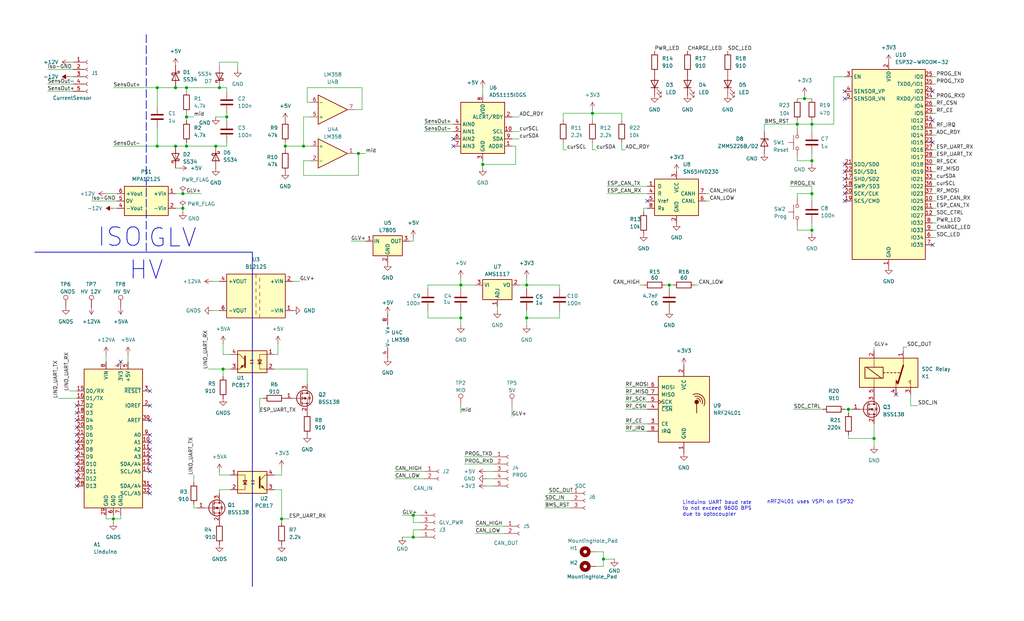
<source format=kicad_sch>
(kicad_sch (version 20231120) (generator "eeschema") (generator_version "8.0")
  (paper "USLegal")
  (title_block (title "BMS Daughterboard"))
  (junction (at 77.47 128.27))
  (junction (at 279.4 34.29))
  (junction (at 60.96 50.8))
  (junction (at 97.79 180.34))
  (junction (at 281.94 55.88))
  (junction (at 54.61 50.8))
  (junction (at 64.77 40.64))
  (junction (at 99.06 50.8))
  (junction (at 209.55 194.31))
  (junction (at 124.46 53.34))
  (junction (at 303.53 152.4))
  (junction (at 160.02 99.06))
  (junction (at 281.94 43.18))
  (junction (at 63.5 67.31))
  (junction (at 167.64 57.15))
  (junction (at 105.41 50.8))
  (junction (at 276.86 43.18))
  (junction (at 294.64 142.24))
  (junction (at 64.77 30.48))
  (junction (at 182.88 99.06))
  (junction (at 54.61 30.48))
  (junction (at 281.94 67.31))
  (junction (at 205.74 39.37))
  (junction (at 143.51 179.07))
  (junction (at 143.51 186.69))
  (junction (at 60.96 30.48))
  (junction (at 64.77 50.8))
  (junction (at 160.02 110.49))
  (junction (at 63.5 72.39))
  (junction (at 74.93 50.8))
  (junction (at 39.37 180.34))
  (junction (at 182.88 110.49))
  (junction (at 78.74 40.64))
  (junction (at 281.94 80.01))
  (junction (at 76.2 30.48))
  (junction (at 232.41 99.06))
  (no_connect (at 41.91 125.73))
  (no_connect (at 26.67 168.91))
  (no_connect (at 52.07 151.13))
  (no_connect (at 52.07 168.91))
  (no_connect (at 52.07 135.89))
  (no_connect (at 26.67 161.29))
  (no_connect (at 323.85 31.75))
  (no_connect (at 26.67 166.37))
  (no_connect (at 26.67 163.83))
  (no_connect (at 293.37 31.75))
  (no_connect (at 52.07 140.97))
  (no_connect (at 293.37 64.77))
  (no_connect (at 293.37 34.29))
  (no_connect (at 293.37 67.31))
  (no_connect (at 26.67 140.97))
  (no_connect (at 157.48 50.8))
  (no_connect (at 323.85 85.09))
  (no_connect (at 224.79 69.85))
  (no_connect (at 26.67 146.05))
  (no_connect (at 293.37 69.85))
  (no_connect (at 293.37 62.23))
  (no_connect (at 52.07 171.45))
  (no_connect (at 323.85 49.53))
  (no_connect (at 323.85 41.91))
  (no_connect (at 311.15 137.16))
  (no_connect (at 26.67 148.59))
  (no_connect (at 293.37 59.69))
  (no_connect (at 52.07 161.29))
  (no_connect (at 157.48 48.26))
  (no_connect (at 52.07 158.75))
  (no_connect (at 52.07 156.21))
  (no_connect (at 26.67 143.51))
  (no_connect (at 26.67 156.21))
  (no_connect (at 293.37 57.15))
  (no_connect (at 26.67 153.67))
  (no_connect (at 26.67 158.75))
  (no_connect (at 52.07 153.67))
  (no_connect (at 52.07 146.05))
  (no_connect (at 26.67 151.13))
  (no_connect (at 52.07 163.83))
  (wire (pts (xy 78.74 30.48) (xy 78.74 31.75)))
  (polyline (pts (xy 50.8 12.065) (xy 50.8 87.63)) (stroke (width 0.254) (type dash)))
  (wire (pts (xy 160.02 99.06) (xy 165.1 99.06)))
  (wire (pts (xy 303.53 152.4) (xy 303.53 154.94)))
  (wire (pts (xy 323.85 26.67) (xy 325.12 26.67)))
  (wire (pts (xy 323.85 46.99) (xy 325.12 46.99)))
  (polyline (pts (xy 12.065 87.63) (xy 87.63 87.63)) (stroke (width 0.254)))
  (wire (pts (xy 82.55 24.13) (xy 82.55 21.59)))
  (wire (pts (xy 289.56 43.18) (xy 289.56 26.67)))
  (wire (pts (xy 177.8 48.26) (xy 180.34 48.26)))
  (wire (pts (xy 90.17 143.51) (xy 90.17 138.43)))
  (wire (pts (xy 323.85 57.15) (xy 325.12 57.15)))
  (wire (pts (xy 146.05 184.15) (xy 143.51 184.15)))
  (wire (pts (xy 189.23 173.99) (xy 198.12 173.99)))
  (wire (pts (xy 281.94 41.91) (xy 281.94 43.18)))
  (wire (pts (xy 167.64 58.42) (xy 167.64 57.15)))
  (wire (pts (xy 215.9 49.53) (xy 215.9 52.07)))
  (wire (pts (xy 39.37 50.8) (xy 54.61 50.8)))
  (wire (pts (xy 64.77 50.8) (xy 64.77 49.53)))
  (wire (pts (xy 64.77 40.64) (xy 67.31 40.64)))
  (wire (pts (xy 41.91 180.34) (xy 41.91 179.07)))
  (wire (pts (xy 101.6 97.79) (xy 104.14 97.79)))
  (wire (pts (xy 125.73 38.1) (xy 125.73 30.48)))
  (wire (pts (xy 276.86 68.58) (xy 276.86 67.31)))
  (wire (pts (xy 97.79 180.34) (xy 100.33 180.34)))
  (wire (pts (xy 160.02 143.51) (xy 160.02 140.97)))
  (wire (pts (xy 323.85 36.83) (xy 325.12 36.83)))
  (wire (pts (xy 39.37 180.34) (xy 41.91 180.34)))
  (wire (pts (xy 72.39 128.27) (xy 77.47 128.27)))
  (wire (pts (xy 325.12 62.23) (xy 323.85 62.23)))
  (wire (pts (xy 180.34 40.64) (xy 177.8 40.64)))
  (wire (pts (xy 275.59 142.24) (xy 285.75 142.24)))
  (wire (pts (xy 121.92 83.82) (xy 127 83.82)))
  (wire (pts (xy 146.05 181.61) (xy 143.51 181.61)))
  (wire (pts (xy 139.7 186.69) (xy 143.51 186.69)))
  (wire (pts (xy 63.5 73.66) (xy 63.5 72.39)))
  (wire (pts (xy 147.32 45.72) (xy 157.48 45.72)))
  (wire (pts (xy 20.32 138.43) (xy 26.67 138.43)))
  (wire (pts (xy 123.19 53.34) (xy 124.46 53.34)))
  (wire (pts (xy 167.64 57.15) (xy 179.07 57.15)))
  (wire (pts (xy 124.46 60.96) (xy 124.46 53.34)))
  (wire (pts (xy 294.64 152.4) (xy 294.64 151.13)))
  (wire (pts (xy 143.51 82.55) (xy 143.51 83.82)))
  (wire (pts (xy 279.4 33.02) (xy 279.4 34.29)))
  (wire (pts (xy 215.9 52.07) (xy 217.17 52.07)))
  (wire (pts (xy 16.51 24.13) (xy 25.4 24.13)))
  (wire (pts (xy 137.16 163.83) (xy 147.32 163.83)))
  (wire (pts (xy 160.02 99.06) (xy 160.02 100.33)))
  (wire (pts (xy 97.79 180.34) (xy 97.79 181.61)))
  (wire (pts (xy 143.51 179.07) (xy 146.05 179.07)))
  (wire (pts (xy 194.31 100.33) (xy 194.31 99.06)))
  (wire (pts (xy 323.85 74.93) (xy 325.12 74.93)))
  (wire (pts (xy 180.34 99.06) (xy 182.88 99.06)))
  (wire (pts (xy 217.17 147.32) (xy 224.79 147.32)))
  (wire (pts (xy 276.86 67.31) (xy 281.94 67.31)))
  (wire (pts (xy 39.37 180.34) (xy 39.37 181.61)))
  (wire (pts (xy 76.2 171.45) (xy 76.2 170.18)))
  (wire (pts (xy 16.51 31.75) (xy 25.4 31.75)))
  (wire (pts (xy 39.37 30.48) (xy 54.61 30.48)))
  (wire (pts (xy 232.41 99.06) (xy 233.68 99.06)))
  (wire (pts (xy 64.77 39.37) (xy 64.77 40.64)))
  (wire (pts (xy 107.95 40.64) (xy 105.41 40.64)))
  (wire (pts (xy 99.06 49.53) (xy 99.06 50.8)))
  (wire (pts (xy 196.85 52.07) (xy 195.58 52.07)))
  (wire (pts (xy 177.8 50.8) (xy 179.07 50.8)))
  (wire (pts (xy 107.95 55.88) (xy 105.41 55.88)))
  (wire (pts (xy 168.91 168.91) (xy 171.45 168.91)))
  (wire (pts (xy 217.17 134.62) (xy 224.79 134.62)))
  (wire (pts (xy 148.59 99.06) (xy 160.02 99.06)))
  (wire (pts (xy 106.68 128.27) (xy 95.25 128.27)))
  (wire (pts (xy 276.86 80.01) (xy 281.94 80.01)))
  (wire (pts (xy 80.01 128.27) (xy 77.47 128.27)))
  (wire (pts (xy 276.86 43.18) (xy 281.94 43.18)))
  (wire (pts (xy 172.72 106.68) (xy 172.72 107.95)))
  (wire (pts (xy 195.58 39.37) (xy 205.74 39.37)))
  (wire (pts (xy 64.77 40.64) (xy 64.77 41.91)))
  (wire (pts (xy 137.16 166.37) (xy 147.32 166.37)))
  (wire (pts (xy 316.23 140.97) (xy 316.23 137.16)))
  (wire (pts (xy 281.94 55.88) (xy 281.94 53.34)))
  (wire (pts (xy 67.31 165.1) (xy 67.31 167.64)))
  (wire (pts (xy 148.59 100.33) (xy 148.59 99.06)))
  (wire (pts (xy 167.64 30.48) (xy 167.64 33.02)))
  (wire (pts (xy 189.23 176.53) (xy 198.12 176.53)))
  (wire (pts (xy 325.12 82.55) (xy 323.85 82.55)))
  (wire (pts (xy 96.52 119.38) (xy 96.52 123.19)))
  (wire (pts (xy 232.41 99.06) (xy 232.41 100.33)))
  (wire (pts (xy 242.57 99.06) (xy 241.3 99.06)))
  (wire (pts (xy 105.41 40.64) (xy 105.41 50.8)))
  (wire (pts (xy 205.74 38.1) (xy 205.74 39.37)))
  (wire (pts (xy 276.86 34.29) (xy 279.4 34.29)))
  (wire (pts (xy 124.46 53.34) (xy 127 53.34)))
  (wire (pts (xy 143.51 179.07) (xy 143.51 181.61)))
  (wire (pts (xy 77.47 128.27) (xy 77.47 130.81)))
  (wire (pts (xy 177.8 140.97) (xy 177.8 144.78)))
  (wire (pts (xy 78.74 40.64) (xy 78.74 41.91)))
  (wire (pts (xy 294.64 142.24) (xy 294.64 143.51)))
  (wire (pts (xy 24.13 135.89) (xy 26.67 135.89)))
  (wire (pts (xy 194.31 99.06) (xy 182.88 99.06)))
  (wire (pts (xy 323.85 67.31) (xy 325.12 67.31)))
  (wire (pts (xy 78.74 39.37) (xy 78.74 40.64)))
  (wire (pts (xy 96.52 123.19) (xy 95.25 123.19)))
  (wire (pts (xy 222.25 99.06) (xy 223.52 99.06)))
  (wire (pts (xy 106.68 35.56) (xy 107.95 35.56)))
  (wire (pts (xy 209.55 194.31) (xy 213.36 194.31)))
  (wire (pts (xy 323.85 59.69) (xy 325.12 59.69)))
  (wire (pts (xy 123.19 38.1) (xy 125.73 38.1)))
  (wire (pts (xy 325.12 64.77) (xy 323.85 64.77)))
  (wire (pts (xy 54.61 30.48) (xy 54.61 36.83)))
  (wire (pts (xy 205.74 52.07) (xy 205.74 49.53)))
  (wire (pts (xy 223.52 72.39) (xy 224.79 72.39)))
  (wire (pts (xy 217.17 137.16) (xy 224.79 137.16)))
  (wire (pts (xy 323.85 29.21) (xy 325.12 29.21)))
  (wire (pts (xy 281.94 64.77) (xy 274.32 64.77)))
  (wire (pts (xy 36.83 67.31) (xy 40.64 67.31)))
  (wire (pts (xy 323.85 80.01) (xy 325.12 80.01)))
  (wire (pts (xy 276.86 55.88) (xy 281.94 55.88)))
  (wire (pts (xy 210.82 64.77) (xy 224.79 64.77)))
  (wire (pts (xy 217.17 142.24) (xy 224.79 142.24)))
  (wire (pts (xy 97.79 170.18) (xy 95.25 170.18)))
  (wire (pts (xy 209.55 196.85) (xy 209.55 194.31)))
  (wire (pts (xy 99.06 50.8) (xy 99.06 52.07)))
  (wire (pts (xy 182.88 99.06) (xy 182.88 96.52)))
  (wire (pts (xy 294.64 152.4) (xy 303.53 152.4)))
  (wire (pts (xy 69.85 67.31) (xy 63.5 67.31)))
  (wire (pts (xy 265.43 45.72) (xy 265.43 43.18)))
  (wire (pts (xy 276.86 54.61) (xy 276.86 55.88)))
  (wire (pts (xy 76.2 21.59) (xy 76.2 22.86)))
  (wire (pts (xy 182.88 100.33) (xy 182.88 99.06)))
  (wire (pts (xy 143.51 83.82) (xy 142.24 83.82)))
  (wire (pts (xy 76.2 170.18) (xy 80.01 170.18)))
  (wire (pts (xy 106.68 128.27) (xy 106.68 133.35)))
  (wire (pts (xy 281.94 80.01) (xy 281.94 77.47)))
  (polyline (pts (xy 87.63 87.63) (xy 87.63 203.835)) (stroke (width 0.254)))
  (wire (pts (xy 281.94 43.18) (xy 289.56 43.18)))
  (wire (pts (xy 303.53 120.65) (xy 303.53 121.92)))
  (wire (pts (xy 195.58 41.91) (xy 195.58 39.37)))
  (wire (pts (xy 279.4 34.29) (xy 281.94 34.29)))
  (wire (pts (xy 323.85 52.07) (xy 325.12 52.07)))
  (wire (pts (xy 76.2 30.48) (xy 78.74 30.48)))
  (wire (pts (xy 314.96 120.65) (xy 313.69 120.65)))
  (wire (pts (xy 148.59 107.95) (xy 148.59 110.49)))
  (wire (pts (xy 194.31 107.95) (xy 194.31 110.49)))
  (wire (pts (xy 168.91 166.37) (xy 171.45 166.37)))
  (wire (pts (xy 210.82 67.31) (xy 224.79 67.31)))
  (wire (pts (xy 182.88 113.03) (xy 182.88 110.49)))
  (wire (pts (xy 177.8 45.72) (xy 180.34 45.72)))
  (wire (pts (xy 97.79 165.1) (xy 95.25 165.1)))
  (wire (pts (xy 265.43 43.18) (xy 276.86 43.18)))
  (wire (pts (xy 207.01 52.07) (xy 205.74 52.07)))
  (wire (pts (xy 318.77 140.97) (xy 316.23 140.97)))
  (wire (pts (xy 325.12 69.85) (xy 323.85 69.85)))
  (wire (pts (xy 207.01 196.85) (xy 209.55 196.85)))
  (wire (pts (xy 97.79 162.56) (xy 97.79 165.1)))
  (wire (pts (xy 60.96 72.39) (xy 63.5 72.39)))
  (wire (pts (xy 289.56 26.67) (xy 293.37 26.67)))
  (wire (pts (xy 77.47 119.38) (xy 77.47 123.19)))
  (wire (pts (xy 281.94 57.15) (xy 281.94 55.88)))
  (wire (pts (xy 76.2 165.1) (xy 80.01 165.1)))
  (wire (pts (xy 40.64 72.39) (xy 39.37 72.39)))
  (wire (pts (xy 313.69 120.65) (xy 313.69 121.92)))
  (wire (pts (xy 294.64 142.24) (xy 295.91 142.24)))
  (wire (pts (xy 125.73 30.48) (xy 106.68 30.48)))
  (wire (pts (xy 195.58 52.07) (xy 195.58 49.53)))
  (wire (pts (xy 143.51 186.69) (xy 146.05 186.69)))
  (wire (pts (xy 64.77 30.48) (xy 64.77 31.75)))
  (wire (pts (xy 323.85 34.29) (xy 325.12 34.29)))
  (wire (pts (xy 105.41 60.96) (xy 124.46 60.96)))
  (wire (pts (xy 194.31 110.49) (xy 182.88 110.49)))
  (wire (pts (xy 139.7 179.07) (xy 143.51 179.07)))
  (wire (pts (xy 223.52 73.66) (xy 223.52 72.39)))
  (wire (pts (xy 217.17 139.7) (xy 224.79 139.7)))
  (wire (pts (xy 54.61 44.45) (xy 54.61 50.8)))
  (wire (pts (xy 217.17 149.86) (xy 224.79 149.86)))
  (wire (pts (xy 205.74 39.37) (xy 205.74 41.91)))
  (wire (pts (xy 73.66 107.95) (xy 76.2 107.95)))
  (wire (pts (xy 143.51 184.15) (xy 143.51 186.69)))
  (wire (pts (xy 97.79 170.18) (xy 97.79 180.34)))
  (wire (pts (xy 60.96 30.48) (xy 64.77 30.48)))
  (wire (pts (xy 24.13 26.67) (xy 25.4 26.67)))
  (wire (pts (xy 276.86 41.91) (xy 276.86 43.18)))
  (wire (pts (xy 209.55 194.31) (xy 209.55 191.77)))
  (wire (pts (xy 281.94 45.72) (xy 281.94 43.18)))
  (wire (pts (xy 36.83 123.19) (xy 36.83 125.73)))
  (wire (pts (xy 64.77 30.48) (xy 76.2 30.48)))
  (wire (pts (xy 82.55 21.59) (xy 76.2 21.59)))
  (wire (pts (xy 167.64 55.88) (xy 167.64 57.15)))
  (wire (pts (xy 64.77 50.8) (xy 74.93 50.8)))
  (wire (pts (xy 74.93 40.64) (xy 78.74 40.64)))
  (wire (pts (xy 165.1 182.88) (xy 175.26 182.88)))
  (wire (pts (xy 323.85 39.37) (xy 325.12 39.37)))
  (wire (pts (xy 76.2 163.83) (xy 76.2 165.1)))
  (wire (pts (xy 39.37 179.07) (xy 39.37 180.34)))
  (wire (pts (xy 245.11 67.31) (xy 246.38 67.31)))
  (wire (pts (xy 67.31 175.26) (xy 67.31 176.53)))
  (wire (pts (xy 325.12 72.39) (xy 323.85 72.39)))
  (wire (pts (xy 24.13 21.59) (xy 25.4 21.59)))
  (wire (pts (xy 182.88 110.49) (xy 182.88 107.95)))
  (wire (pts (xy 190.5 171.45) (xy 198.12 171.45)))
  (wire (pts (xy 276.86 78.74) (xy 276.86 80.01)))
  (wire (pts (xy 99.06 50.8) (xy 105.41 50.8)))
  (wire (pts (xy 78.74 49.53) (xy 78.74 50.8)))
  (wire (pts (xy 293.37 142.24) (xy 294.64 142.24)))
  (wire (pts (xy 16.51 29.21) (xy 25.4 29.21)))
  (wire (pts (xy 54.61 50.8) (xy 60.96 50.8)))
  (wire (pts (xy 44.45 123.19) (xy 44.45 125.73)))
  (wire (pts (xy 281.94 81.28) (xy 281.94 80.01)))
  (wire (pts (xy 281.94 69.85) (xy 281.94 67.31)))
  (wire (pts (xy 303.53 152.4) (xy 303.53 147.32)))
  (wire (pts (xy 60.96 50.8) (xy 64.77 50.8)))
  (wire (pts (xy 54.61 30.48) (xy 60.96 30.48)))
  (wire (pts (xy 215.9 41.91) (xy 215.9 39.37)))
  (wire (pts (xy 105.41 50.8) (xy 107.95 50.8)))
  (wire (pts (xy 161.29 158.75) (xy 171.45 158.75)))
  (wire (pts (xy 67.31 176.53) (xy 68.58 176.53)))
  (wire (pts (xy 105.41 55.88) (xy 105.41 60.96)))
  (wire (pts (xy 73.66 97.79) (xy 76.2 97.79)))
  (wire (pts (xy 323.85 77.47) (xy 325.12 77.47)))
  (wire (pts (xy 323.85 54.61) (xy 325.12 54.61)))
  (wire (pts (xy 160.02 113.03) (xy 160.02 110.49)))
  (wire (pts (xy 77.47 123.19) (xy 80.01 123.19)))
  (wire (pts (xy 60.96 58.42) (xy 62.23 58.42)))
  (wire (pts (xy 36.83 180.34) (xy 39.37 180.34)))
  (wire (pts (xy 160.02 110.49) (xy 160.02 107.95)))
  (wire (pts (xy 148.59 110.49) (xy 160.02 110.49)))
  (wire (pts (xy 74.93 50.8) (xy 78.74 50.8)))
  (wire (pts (xy 90.17 138.43) (xy 91.44 138.43)))
  (wire (pts (xy 36.83 179.07) (xy 36.83 180.34)))
  (wire (pts (xy 231.14 99.06) (xy 232.41 99.06)))
  (wire (pts (xy 276.86 44.45) (xy 276.86 43.18)))
  (wire (pts (xy 323.85 44.45) (xy 325.12 44.45)))
  (wire (pts (xy 160.02 96.52) (xy 160.02 99.06)))
  (wire (pts (xy 281.94 64.77) (xy 281.94 67.31)))
  (wire (pts (xy 161.29 161.29) (xy 171.45 161.29)))
  (wire (pts (xy 245.11 69.85) (xy 246.38 69.85)))
  (wire (pts (xy 31.75 69.85) (xy 40.64 69.85)))
  (wire (pts (xy 215.9 39.37) (xy 205.74 39.37)))
  (wire (pts (xy 60.96 67.31) (xy 63.5 67.31)))
  (wire (pts (xy 165.1 185.42) (xy 175.26 185.42)))
  (wire (pts (xy 106.68 30.48) (xy 106.68 35.56)))
  (wire (pts (xy 179.07 57.15) (xy 179.07 50.8)))
  (wire (pts (xy 168.91 163.83) (xy 171.45 163.83)))
  (wire (pts (xy 147.32 43.18) (xy 157.48 43.18)))
  (wire (pts (xy 209.55 191.77) (xy 207.01 191.77)))
  (text "GLV" (at 59.944 82.804 0) (effects (font (size 6.35 6.35) (thickness 0.254) (bold yes))))
  (text "nRF24L01 uses VSPI on ESP32" (at 281.432 174.498 0) (effects (font (size 1.27 1.27))))
  (text "HV" (at 50.8 93.98 0) (effects (font (size 6.35 6.35) (thickness 0.254) (bold yes))))
  (text "Linduino UART baud rate \nto not exceed 9600 BPS \ndue to optocoupler" (at 236.982 176.784 0) (effects (font (size 1.27 1.27)) (justify left)))
  (text "ISO" (at 41.656 82.55 0) (effects (font (size 6.35 6.35) (thickness 0.254) (bold yes))))
  (label "RF_MOSI" (at 217.17 134.62 0))
  (label "mid" (at 160.02 143.51 0))
  (label "SensOut+" (at 39.37 30.48 0))
  (label "RF_MISO" (at 217.17 137.16 0))
  (label "PROG_TXD" (at 325.12 29.21 0))
  (label "ADC_RDY" (at 217.17 52.07 0))
  (label "SDC_OUT" (at 314.96 120.65 0))
  (label "Iso-GND" (at 31.75 69.85 0))
  (label "LIND_UART_TX" (at 20.32 138.43 90))
  (label "CAN_LOW" (at 242.57 99.06 0))
  (label "PROG_EN" (at 325.12 26.67 0))
  (label "SensOut-" (at 16.51 29.21 0))
  (label "ADC_RDY" (at 325.12 46.99 0))
  (label "LIND_UART_TX" (at 67.31 165.1 90))
  (label "CAN_HIGH" (at 165.1 182.88 0))
  (label "curSCL" (at 180.34 45.72 0))
  (label "SDC_OUT" (at 190.5 171.45 0))
  (label "CAN_LOW" (at 137.16 166.37 0))
  (label "SDC_LED" (at 252.73 17.78 0))
  (label "CAN_LOW" (at 165.1 185.42 0))
  (label "ESP_UART_TX" (at 90.17 143.51 0))
  (label "PROG_TXD" (at 161.29 158.75 0))
  (label "PWR_LED" (at 227.33 17.78 0))
  (label "mid" (at 127 53.34 0))
  (label "CHARGE_LED" (at 325.12 80.01 0))
  (label "RF_CE" (at 325.12 39.37 0))
  (label "curSCL" (at 196.85 52.07 0))
  (label "GLV+" (at 121.92 83.82 0))
  (label "ESP_UART_RX" (at 100.33 180.34 0))
  (label "SensOut+" (at 16.51 31.75 0))
  (label "CAN_LOW" (at 246.38 69.85 0))
  (label "RF_CSN" (at 325.12 36.83 0))
  (label "RF_SCK" (at 325.12 57.15 0))
  (label "curSDA" (at 325.12 62.23 0))
  (label "RF_MOSI" (at 325.12 67.31 0))
  (label "RF_CE" (at 217.17 147.32 0))
  (label "PROG_RXD" (at 325.12 34.29 0))
  (label "SDC_IN" (at 318.77 140.97 0))
  (label "BMS_RST" (at 265.43 43.18 0))
  (label "RF_IRQ" (at 325.12 44.45 0))
  (label "curSDA" (at 207.01 52.07 0))
  (label "CAN_HIGH" (at 222.25 99.06 180))
  (label "SDC_IN" (at 189.23 173.99 0))
  (label "SensOut+" (at 147.32 43.18 0))
  (label "ESP_CAN_RX" (at 210.82 67.31 0))
  (label "ESP_CAN_TX" (at 210.82 64.77 0))
  (label "SensOut-" (at 39.37 50.8 0))
  (label "curSCL" (at 325.12 64.77 0))
  (label "RF_MISO" (at 325.12 59.69 0))
  (label "CAN_HIGH" (at 137.16 163.83 0))
  (label "ESP_CAN_TX" (at 325.12 72.39 0))
  (label "ADC_RDY" (at 180.34 40.64 0))
  (label "ESP_UART_RX" (at 325.12 52.07 0))
  (label "PWR_LED" (at 325.12 77.47 0))
  (label "ESP_CAN_RX" (at 325.12 69.85 0))
  (label "GLV+" (at 69.85 67.31 180))
  (label "LIND_UART_RX" (at 24.13 135.89 90))
  (label "CHARGE_LED" (at 238.76 17.78 0))
  (label "SDC_CTRL" (at 275.59 142.24 0))
  (label "RF_SCK" (at 217.17 139.7 0))
  (label "Iso-GND" (at 16.51 24.13 0))
  (label "RF_CSN" (at 217.17 142.24 0))
  (label "GLV+" (at 139.7 179.07 0))
  (label "LIND_UART_RX" (at 72.39 128.27 90))
  (label "PROG_RXD" (at 161.29 161.29 0))
  (label "CAN_HIGH" (at 246.38 67.31 0))
  (label "BMS_RST" (at 189.23 176.53 0))
  (label "PROG_EN" (at 274.32 64.77 0))
  (label "mid" (at 67.31 40.64 0))
  (label "GLV+" (at 303.53 120.65 0))
  (label "GLV+" (at 104.14 97.79 0))
  (label "ESP_UART_TX" (at 325.12 54.61 0))
  (label "SDC_LED" (at 325.12 82.55 0))
  (label "SDC_CTRL" (at 325.12 74.93 0))
  (label "SensOut-" (at 147.32 45.72 0))
  (label "GLV+" (at 177.8 144.78 0))
  (label "RF_IRQ" (at 217.17 149.86 0))
  (label "curSDA" (at 180.34 48.26 0))
  (symbol (lib_id "power:+3V3") (at 234.95 59.69 0) (unit 1)
    (property "Reference" "#PWR044" (effects (hide yes)))
    (property "Value" "+3V3" (at 234.95 54.61 0))
    (property "Description" "Power symbol creates a global label with name \"+3V3\"" (effects (hide yes)))
  )
  (symbol (lib_id "Device:R") (at 252.73 21.59 0) (unit 1)
    (property "Reference" "R18" (at 255.27 20.3199 0) (effects (justify left)))
    (property "Value" "910" (at 255.27 22.8599 0) (effects (justify left)))
    (property "Footprint" "Resistor_SMD:R_0805_2012Metric_Pad1.20x1.40mm_HandSolder" (effects (hide yes)))
    (property "Description" "Resistor" (effects (hide yes)))
  )
  (symbol (lib_id "power:GND") (at 232.41 107.95 0) (unit 1)
    (property "Reference" "#PWR043" (effects (hide yes)))
    (property "Value" "GND" (at 232.41 113.03 0))
    (property "Description" "Power symbol creates a global label with name \"GND\" , ground" (effects (hide yes)))
  )
  (symbol (lib_id "Device:Q_NMOS_GSD") (at 300.99 142.24 0) (unit 1)
    (property "Reference" "Q3" (at 306.578 141.478 0) (effects (justify left)))
    (property "Value" "BSS138" (at 306.578 144.018 0) (effects (justify left)))
    (property "Footprint" "BMS:BSS138" (effects (hide yes)))
    (property "Description" "N-MOSFET transistor, gate/source/drain" (effects (hide yes)))
  )
  (symbol (lib_id "Switch:SW_Push") (at 276.86 73.66 90) (unit 1)
    (property "Reference" "SW2" (at 268.732 72.644 90) (effects (justify right)))
    (property "Value" "Prog" (at 268.732 75.184 90) (effects (justify right)))
    (property "Footprint" "BMS:Push Button" (effects (hide yes)))
    (property "Description" "Push button switch, generic, two pins" (effects (hide yes)))
  )
  (symbol (lib_id "Device:R") (at 289.56 142.24 90) (unit 1)
    (property "Reference" "R20" (at 289.56 135.89 90))
    (property "Value" "910" (at 289.56 138.43 90))
    (property "Footprint" "Resistor_SMD:R_0805_2012Metric_Pad1.20x1.40mm_HandSolder" (effects (hide yes)))
    (property "Description" "Resistor" (effects (hide yes)))
  )
  (symbol (lib_id "Device:C") (at 281.94 49.53 0) (unit 1)
    (property "Reference" "C7" (at 284.988 48.26 0) (effects (justify left)))
    (property "Value" "1u" (at 284.988 50.8 0) (effects (justify left)))
    (property "Footprint" "Capacitor_SMD:C_0805_2012Metric_Pad1.18x1.45mm_HandSolder" (effects (hide yes)))
    (property "Description" "Unpolarized capacitor" (effects (hide yes)))
  )
  (symbol (lib_id "power:+5V") (at 96.52 119.38 0) (unit 1)
    (property "Reference" "#PWR018" (effects (hide yes)))
    (property "Value" "+5V" (at 96.52 114.3 0))
    (property "Description" "Power symbol creates a global label with name \"+5V\"" (effects (hide yes)))
  )
  (symbol (lib_id "Device:D_Schottky") (at 74.93 54.61 270) (unit 1)
    (property "Reference" "D6" (at 77.47 53.0224 90) (effects (justify left)))
    (property "Value" "SS34" (at 77.47 55.5624 90) (effects (justify left)))
    (property "Footprint" "Diode_SMD:D_SMC" (effects (hide yes)))
    (property "Description" "Schottky diode" (effects (hide yes)))
  )
  (symbol (lib_id "power:GND") (at 172.72 107.95 0) (unit 1)
    (property "Reference" "#PWR037" (effects (hide yes)))
    (property "Value" "GND" (at 172.72 113.03 0))
    (property "Description" "Power symbol creates a global label with name \"GND\" , ground" (effects (hide yes)))
  )
  (symbol (lib_id "power:GND") (at 101.6 107.95 90) (unit 1)
    (property "Reference" "#PWR021" (effects (hide yes)))
    (property "Value" "GND" (at 105.41 107.9499 90) (effects (justify right)))
    (property "Description" "Power symbol creates a global label with name \"GND\" , ground" (effects (hide yes)))
  )
  (symbol (lib_id "power:+5V") (at 60.96 22.86 0) (unit 1)
    (property "Reference" "#PWR09" (effects (hide yes)))
    (property "Value" "+5V" (at 60.96 17.78 0))
    (property "Description" "Power symbol creates a global label with name \"+5V\"" (effects (hide yes)))
  )
  (symbol (lib_id "Device:C") (at 78.74 45.72 0) (unit 1)
    (property "Reference" "C3" (at 82.55 44.4499 0) (effects (justify left)))
    (property "Value" "100n" (at 82.55 46.9899 0) (effects (justify left)))
    (property "Footprint" "Capacitor_SMD:C_0805_2012Metric_Pad1.18x1.45mm_HandSolder" (effects (hide yes)))
    (property "Description" "Unpolarized capacitor" (effects (hide yes)))
  )
  (symbol (lib_id "Regulator_Linear:AMS1117") (at 172.72 99.06 0) (unit 1)
    (property "Reference" "U7" (at 172.72 92.71 0))
    (property "Value" "AMS1117" (at 172.72 95.25 0))
    (property "Footprint" "Package_TO_SOT_SMD:SOT-223-3_TabPin2" (effects (hide yes)))
    (property "Datasheet" "http://www.advanced-monolithic.com/pdf/ds1117.pdf" (effects (hide yes)))
    (property "Description" "1A Low Dropout regulator, positive, adjustable output, SOT-223" (effects (hide yes)))
  )
  (symbol (lib_id "Device:Q_NMOS_GSD") (at 73.66 176.53 0) (unit 1)
    (property "Reference" "Q1" (at 78.994 175.514 0) (effects (justify left)))
    (property "Value" "BSS138" (at 78.994 178.054 0) (effects (justify left)))
    (property "Footprint" "BMS:BSS138" (effects (hide yes)))
    (property "Description" "N-MOSFET transistor, gate/source/drain" (effects (hide yes)))
  )
  (symbol (lib_id "Device:D_Schottky") (at 60.96 26.67 270) (unit 1)
    (property "Reference" "D1" (at 63.5 25.0824 90) (effects (justify left)))
    (property "Value" "SS34" (at 63.5 27.6224 90) (effects (justify left)))
    (property "Footprint" "Diode_SMD:D_SMC" (effects (hide yes)))
    (property "Description" "Schottky diode" (effects (hide yes)))
  )
  (symbol (lib_id "Device:R") (at 195.58 45.72 180) (unit 1)
    (property "Reference" "R11" (at 198.12 44.4499 0) (effects (justify right)))
    (property "Value" "2.2k" (at 198.12 46.9899 0) (effects (justify right)))
    (property "Footprint" "Resistor_SMD:R_0805_2012Metric_Pad1.20x1.40mm_HandSolder" (effects (hide yes)))
    (property "Description" "Resistor" (effects (hide yes)))
  )
  (symbol (lib_id "power:+5V") (at 143.51 82.55 0) (unit 1)
    (property "Reference" "#PWR029" (effects (hide yes)))
    (property "Value" "+5V" (at 143.51 77.47 0))
    (property "Description" "Power symbol creates a global label with name \"+5V\"" (effects (hide yes)))
  )
  (symbol (lib_id "Connector:Conn_01x04_Socket") (at 151.13 184.15 0) (mirror x) (unit 1)
    (property "Reference" "J3" (at 152.4 184.1501 0) (effects (justify left)))
    (property "Value" "GLV_PWR" (at 152.4 181.6101 0) (effects (justify left)))
    (property "Footprint" "Connector_JST:JST_PH_S4B-PH-K_1x04_P2.00mm_Horizontal" (effects (hide yes)))
    (property "Description" "Generic connector, single row, 01x04, script generated" (effects (hide yes)))
  )
  (symbol (lib_id "power:GND") (at 252.73 33.02 0) (unit 1)
    (property "Reference" "#PWR049" (effects (hide yes)))
    (property "Value" "GND" (at 252.73 38.1 0))
    (property "Description" "Power symbol creates a global label with name \"GND\" , ground" (effects (hide yes)))
  )
  (symbol (lib_id "Device:R") (at 238.76 21.59 0) (unit 1)
    (property "Reference" "R17" (at 241.3 20.3199 0) (effects (justify left)))
    (property "Value" "910" (at 241.3 22.8599 0) (effects (justify left)))
    (property "Footprint" "Resistor_SMD:R_0805_2012Metric_Pad1.20x1.40mm_HandSolder" (effects (hide yes)))
    (property "Description" "Resistor" (effects (hide yes)))
  )
  (symbol (lib_id "Device:R") (at 97.79 185.42 0) (unit 1)
    (property "Reference" "R7" (at 100.33 184.1499 0) (effects (justify left)))
    (property "Value" "2.2k" (at 100.33 186.6899 0) (effects (justify left)))
    (property "Footprint" "Resistor_SMD:R_0805_2012Metric_Pad1.20x1.40mm_HandSolder" (effects (hide yes)))
    (property "Description" "Resistor" (effects (hide yes)))
  )
  (symbol (lib_id "power:GND") (at 237.49 157.48 0) (unit 1)
    (property "Reference" "#PWR047" (effects (hide yes)))
    (property "Value" "GND" (at 237.49 162.56 0))
    (property "Description" "Power symbol creates a global label with name \"GND\" , ground" (effects (hide yes)))
  )
  (symbol (lib_id "power:+5VA") (at 44.45 123.19 0) (unit 1)
    (property "Reference" "#PWR07" (effects (hide yes)))
    (property "Value" "+5VA" (at 44.45 118.11 0))
    (property "Description" "Power symbol creates a global label with name \"+5VA\"" (effects (hide yes)))
  )
  (symbol (lib_id "Device:LED") (at 238.76 29.21 90) (unit 1)
    (property "Reference" "D4" (at 242.57 29.5274 90) (effects (justify right)))
    (property "Value" "LED" (at 242.57 32.0674 90) (effects (justify right)))
    (property "Footprint" "LED_SMD:LED_0805_2012Metric_Pad1.15x1.40mm_HandSolder" (effects (hide yes)))
    (property "Description" "Light emitting diode" (effects (hide yes)))
  )
  (symbol (lib_id "power:GND") (at 160.02 113.03 0) (unit 1)
    (property "Reference" "#PWR031" (effects (hide yes)))
    (property "Value" "GND" (at 160.02 118.11 0))
    (property "Description" "Power symbol creates a global label with name \"GND\" , ground" (effects (hide yes)))
  )
  (symbol (lib_id "Device:R") (at 223.52 77.47 180) (unit 1)
    (property "Reference" "R13" (at 218.694 76.2 0) (effects (justify right)))
    (property "Value" "10k" (at 218.694 78.74 0) (effects (justify right)))
    (property "Footprint" "Resistor_SMD:R_0805_2012Metric_Pad1.20x1.40mm_HandSolder" (effects (hide yes)))
    (property "Description" "Resistor" (effects (hide yes)))
  )
  (symbol (lib_id "Device:R") (at 294.64 147.32 0) (mirror x) (unit 1)
    (property "Reference" "R21" (at 292.1 146.0499 0) (effects (justify right)))
    (property "Value" "220k" (at 292.1 148.5899 0) (effects (justify right)))
    (property "Footprint" "Resistor_SMD:R_0805_2012Metric_Pad1.20x1.40mm_HandSolder" (effects (hide yes)))
    (property "Description" "Resistor" (effects (hide yes)))
  )
  (symbol (lib_id "Device:R") (at 99.06 45.72 0) (mirror y) (unit 1)
    (property "Reference" "R9" (at 96.52 44.4499 0) (effects (justify left)))
    (property "Value" "47k" (at 96.52 46.9899 0) (effects (justify left)))
    (property "Footprint" "Resistor_SMD:R_0805_2012Metric_Pad1.20x1.40mm_HandSolder" (effects (hide yes)))
    (property "Description" "Resistor" (effects (hide yes)))
  )
  (symbol (lib_id "Isolator:PC817") (at 87.63 125.73 0) (mirror y) (unit 1)
    (property "Reference" "U1" (at 83.566 131.318 0))
    (property "Value" "PC817" (at 83.566 133.858 0))
    (property "Footprint" "BMS:PC817" (effects (hide yes)))
    (property "Datasheet" "http://www.soselectronic.cz/a_info/resource/d/pc817.pdf" (effects (hide yes)))
    (property "Description" "DC Optocoupler, Vce 35V, CTR 50-300%, DIP-4" (effects (hide yes)))
  )
  (symbol (lib_id "Analog_ADC:ADS1115IDGS") (at 167.64 45.72 0) (unit 1)
    (property "Reference" "U6" (at 169.8341 30.48 0) (effects (justify left)))
    (property "Value" "ADS1115IDGS" (at 169.8341 33.02 0) (effects (justify left)))
    (property "Footprint" "Package_SO:VSSOP-10_3x3mm_P0.5mm" (effects (hide yes)))
    (property "Datasheet" "http://www.ti.com/lit/ds/symlink/ads1113.pdf" (effects (hide yes)))
    (property "Description" "Ultra-Small, Low-Power, I2C-Compatible, 860-SPS, 16-Bit ADCs With Internal Reference, Oscillator, and Programmable Comparator, VSSOP-10" (effects (hide yes)))
  )
  (symbol (lib_id "power:GND") (at 281.94 57.15 0) (unit 1)
    (property "Reference" "#PWR051" (effects (hide yes)))
    (property "Value" "GND" (at 277.622 58.928 0))
    (property "Description" "Power symbol creates a global label with name \"GND\" , ground" (effects (hide yes)))
  )
  (symbol (lib_id "power:+3V3") (at 308.61 21.59 0) (unit 1)
    (property "Reference" "#PWR054" (effects (hide yes)))
    (property "Value" "+3V3" (at 308.61 16.51 0))
    (property "Description" "Power symbol creates a global label with name \"+3V3\"" (effects (hide yes)))
  )
  (symbol (lib_id "Device:R") (at 227.33 21.59 0) (unit 1)
    (property "Reference" "R14" (at 229.87 20.3199 0) (effects (justify left)))
    (property "Value" "910" (at 229.87 22.8599 0) (effects (justify left)))
    (property "Footprint" "Resistor_SMD:R_0805_2012Metric_Pad1.20x1.40mm_HandSolder" (effects (hide yes)))
    (property "Description" "Resistor" (effects (hide yes)))
  )
  (symbol (lib_id "Device:R") (at 95.25 138.43 270) (unit 1)
    (property "Reference" "R6" (at 95.25 133.604 90))
    (property "Value" "910" (at 95.25 136.144 90))
    (property "Footprint" "Resistor_SMD:R_0805_2012Metric_Pad1.20x1.40mm_HandSolder" (effects (hide yes)))
    (property "Description" "Resistor" (effects (hide yes)))
  )
  (symbol (lib_id "power:-12V") (at 39.37 72.39 90) (unit 1)
    (property "Reference" "#PWR05" (effects (hide yes)))
    (property "Value" "-12V" (at 35.56 72.3899 90) (effects (justify left)))
    (property "Description" "Power symbol creates a global label with name \"-12V\"" (effects (hide yes)))
  )
  (symbol (lib_id "power:+3V3") (at 168.91 168.91 90) (unit 1)
    (property "Reference" "#PWR035" (effects (hide yes)))
    (property "Value" "+3V3" (at 165.1 168.9099 90) (effects (justify left)))
    (property "Description" "Power symbol creates a global label with name \"+3V3\"" (effects (hide yes)))
  )
  (symbol (lib_id "power:GNDS") (at 39.37 181.61 0) (unit 1)
    (property "Reference" "#PWR06" (effects (hide yes)))
    (property "Value" "GNDS" (at 39.37 186.69 0))
    (property "Description" "Power symbol creates a global label with name \"GNDS\" , signal ground" (effects (hide yes)))
  )
  (symbol (lib_id "power:+5V") (at 134.62 109.22 0) (unit 1)
    (property "Reference" "#PWR026" (effects (hide yes)))
    (property "Value" "+5V" (at 134.62 105.156 0))
    (property "Description" "Power symbol creates a global label with name \"+5V\"" (effects (hide yes)))
  )
  (symbol (lib_id "power:+3V3") (at 237.49 127 0) (unit 1)
    (property "Reference" "#PWR046" (effects (hide yes)))
    (property "Value" "+3V3" (at 237.49 121.92 0))
    (property "Description" "Power symbol creates a global label with name \"+3V3\"" (effects (hide yes)))
  )
  (symbol (lib_id "power:+12V") (at 36.83 67.31 90) (unit 1)
    (property "Reference" "#PWR03" (effects (hide yes)))
    (property "Value" "+12V" (at 33.02 67.3099 90) (effects (justify left)))
    (property "Description" "Power symbol creates a global label with name \"+12V\"" (effects (hide yes)))
  )
  (symbol (lib_id "Device:R") (at 276.86 38.1 0) (mirror y) (unit 1)
    (property "Reference" "R23" (at 274.32 36.576 0) (effects (justify left)))
    (property "Value" "10k" (at 274.32 39.3699 0) (effects (justify left)))
    (property "Footprint" "Resistor_SMD:R_0805_2012Metric_Pad1.20x1.40mm_HandSolder" (effects (hide yes)))
    (property "Description" "Resistor" (effects (hide yes)))
  )
  (symbol (lib_id "power:+12VA") (at 73.66 97.79 90) (unit 1)
    (property "Reference" "#PWR011" (effects (hide yes)))
    (property "Value" "+12VA" (at 69.85 97.7899 90) (effects (justify left)))
    (property "Description" "Power symbol creates a global label with name \"+12VA\"" (effects (hide yes)))
  )
  (symbol (lib_id "power:GND") (at 134.62 91.44 0) (unit 1)
    (property "Reference" "#PWR025" (effects (hide yes)))
    (property "Value" "GND" (at 134.62 96.52 0))
    (property "Description" "Power symbol creates a global label with name \"GND\" , ground" (effects (hide yes)))
  )
  (symbol (lib_id "Connector:TestPoint") (at 160.02 140.97 0) (unit 1) (in_bom no)
    (property "Reference" "TP2" (at 161.798 133.096 0) (effects (justify right)))
    (property "Value" "MID" (at 161.798 135.636 0) (effects (justify right)))
    (property "Footprint" "TestPoint:TestPoint_Pad_D1.5mm" (effects (hide yes)))
  )
  (symbol (lib_id "power:+5V") (at 62.23 58.42 270) (unit 1)
    (property "Reference" "#PWR010" (effects (hide yes)))
    (property "Value" "+5V" (at 66.04 58.4199 90) (effects (justify left)))
    (property "Description" "Power symbol creates a global label with name \"+5V\"" (effects (hide yes)))
  )
  (symbol (lib_id "power:GNDS") (at 76.2 189.23 0) (unit 1)
    (property "Reference" "#PWR015" (effects (hide yes)))
    (property "Value" "GNDS" (at 76.2 194.31 0))
    (property "Description" "Power symbol creates a global label with name \"GNDS\" , signal ground" (effects (hide yes)))
  )
  (symbol (lib_id "power:GNDS") (at 22.86 106.68 0) (unit 1)
    (property "Reference" "#PWR062" (effects (hide yes)))
    (property "Value" "GNDS" (at 22.86 111.76 0))
    (property "Description" "Power symbol creates a global label with name \"GNDS\" , signal ground" (effects (hide yes)))
  )
  (symbol (lib_id "power:GND") (at 139.7 186.69 0) (unit 1)
    (property "Reference" "#PWR056" (effects (hide yes)))
    (property "Value" "GND" (at 139.7 190.754 0))
    (property "Description" "Power symbol creates a global label with name \"GND\" , ground" (effects (hide yes)))
  )
  (symbol (lib_id "Connector:Conn_01x02_Socket") (at 180.34 182.88 0) (unit 1)
    (property "Reference" "J5" (at 181.61 182.8799 0) (effects (justify left)))
    (property "Value" "CAN_OUT" (at 171.45 188.722 0) (effects (justify left)))
    (property "Footprint" "Connector_JST:JST_PH_S2B-PH-K_1x02_P2.00mm_Horizontal" (effects (hide yes)))
    (property "Description" "Generic connector, single row, 01x02, script generated" (effects (hide yes)))
  )
  (symbol (lib_id "power:GND") (at 99.06 59.69 0) (unit 1)
    (property "Reference" "#PWR024" (effects (hide yes)))
    (property "Value" "GND" (at 99.06 64.77 0))
    (property "Description" "Power symbol creates a global label with name \"GND\" , ground" (effects (hide yes)))
  )
  (symbol (lib_id "Connector:TestPoint") (at 41.91 106.68 0) (unit 1) (in_bom no)
    (property "Reference" "TP8" (at 43.688 98.806 0) (effects (justify right)))
    (property "Value" "HV 5V" (at 45.212 101.346 0) (effects (justify right)))
    (property "Footprint" "TestPoint:TestPoint_THTPad_D1.5mm_Drill0.7mm" (effects (hide yes)))
  )
  (symbol (lib_id "RF_Module:ESP32-WROOM-32") (at 308.61 57.15 0) (unit 1)
    (property "Reference" "U10" (at 310.8041 19.05 0) (effects (justify left)))
    (property "Value" "ESP32-WROOM-32" (at 310.8041 21.59 0) (effects (justify left)))
    (property "Footprint" "BMS:ESP32-WROOM-32" (effects (hide yes)))
    (property "Datasheet" "https://www.espressif.com/sites/default/files/documentation/esp32-wroom-32_datasheet_en.pdf" (effects (hide yes)))
    (property "Description" "RF Module, ESP32-D0WDQ6 SoC, Wi-Fi 802.11b/g/n, Bluetooth, BLE, 32-bit, 2.7-3.6V, onboard antenna, SMD" (effects (hide yes)))
  )
  (symbol (lib_id "Connector:TestPoint") (at 177.8 140.97 0) (unit 1) (in_bom no)
    (property "Reference" "TP5" (at 179.578 133.096 0) (effects (justify right)))
    (property "Value" "5V" (at 179.07 135.636 0) (effects (justify right)))
    (property "Footprint" "TestPoint:TestPoint_THTPad_D1.5mm_Drill0.7mm" (effects (hide yes)))
  )
  (symbol (lib_id "Device:R") (at 215.9 45.72 180) (unit 1)
    (property "Reference" "R22" (at 218.44 44.4499 0) (effects (justify right)))
    (property "Value" "10k" (at 218.44 46.9899 0) (effects (justify right)))
    (property "Footprint" "Resistor_SMD:R_0805_2012Metric_Pad1.20x1.40mm_HandSolder" (effects (hide yes)))
    (property "Description" "Resistor" (effects (hide yes)))
  )
  (symbol (lib_id "Connector:Conn_01x05_Socket") (at 30.48 26.67 0) (unit 1)
    (property "Reference" "J1" (at 31.75 25.3999 0) (effects (justify left)))
    (property "Value" "CurrentSensor" (at 18.288 34.036 0) (effects (justify left)))
    (property "Footprint" "Connector_JST:JST_PH_S5B-PH-K_1x05_P2.00mm_Horizontal" (effects (hide yes)))
    (property "Description" "Generic connector, single row, 01x05, script generated" (effects (hide yes)))
  )
  (symbol (lib_id "Device:R") (at 77.47 134.62 0) (mirror y) (unit 1)
    (property "Reference" "R5" (at 74.93 133.3499 0) (effects (justify left)))
    (property "Value" "910" (at 74.93 135.8899 0) (effects (justify left)))
    (property "Footprint" "Resistor_SMD:R_0805_2012Metric_Pad1.20x1.40mm_HandSolder" (effects (hide yes)))
    (property "Description" "Resistor" (effects (hide yes)))
  )
  (symbol (lib_id "power:PWR_FLAG") (at 63.5 67.31 0) (mirror y) (unit 1)
    (property "Reference" "#FLG01" (effects (hide yes)))
    (property "Value" "PWR_FLAG" (at 67.818 62.484 0))
    (property "Description" "Special symbol for telling ERC where power comes from" (effects (hide yes)))
  )
  (symbol (lib_id "power:GND") (at 74.93 40.64 0) (mirror y) (unit 1)
    (property "Reference" "#PWR013" (effects (hide yes)))
    (property "Value" "GND" (at 71.12 42.672 0))
    (property "Description" "Power symbol creates a global label with name \"GND\" , ground" (effects (hide yes)))
  )
  (symbol (lib_id "Device:C") (at 160.02 104.14 0) (unit 1)
    (property "Reference" "C4" (at 154.178 102.87 0) (effects (justify left)))
    (property "Value" "1u" (at 153.924 104.902 0) (effects (justify left)))
    (property "Footprint" "Capacitor_SMD:C_0805_2012Metric_Pad1.18x1.45mm_HandSolder" (effects (hide yes)))
    (property "Description" "Unpolarized capacitor" (effects (hide yes)))
  )
  (symbol (lib_id "power:GND") (at 134.62 124.46 0) (unit 1)
    (property "Reference" "#PWR027" (effects (hide yes)))
    (property "Value" "GND" (at 134.62 129.54 0))
    (property "Description" "Power symbol creates a global label with name \"GND\" , ground" (effects (hide yes)))
  )
  (symbol (lib_id "RF:NRF24L01_Breakout") (at 237.49 142.24 0) (unit 1)
    (property "Reference" "U9" (at 247.65 140.9699 0) (effects (justify left)))
    (property "Value" "NRF24L01" (at 247.65 143.5099 0) (effects (justify left)))
    (property "Footprint" "BMS:nRF24L01_Breakout" (effects (hide yes)))
    (property "Datasheet" "http://www.nordicsemi.com/eng/content/download/2730/34105/file/nRF24L01_Product_Specification_v2_0.pdf" (effects (hide yes)))
    (property "Description" "Ultra low power 2.4GHz RF Transceiver, Carrier PCB" (effects (hide yes)))
  )
  (symbol (lib_id "power:+12VA") (at 36.83 123.19 0) (unit 1)
    (property "Reference" "#PWR04" (effects (hide yes)))
    (property "Value" "+12VA" (at 36.83 118.11 0))
    (property "Description" "Power symbol creates a global label with name \"+12VA\"" (effects (hide yes)))
  )
  (symbol (lib_id "power:GND") (at 74.93 58.42 0) (unit 1)
    (property "Reference" "#PWR028" (effects (hide yes)))
    (property "Value" "GND" (at 74.93 63.5 0))
    (property "Description" "Power symbol creates a global label with name \"GND\" , ground" (effects (hide yes)))
  )
  (symbol (lib_id "power:GND") (at 303.53 154.94 0) (unit 1)
    (property "Reference" "#PWR053" (effects (hide yes)))
    (property "Value" "GND" (at 303.53 160.02 0))
    (property "Description" "Power symbol creates a global label with name \"GND\" , ground" (effects (hide yes)))
  )
  (symbol (lib_id "Converter_DCDC:IA1212S") (at 50.8 69.85 0) (mirror y) (unit 1)
    (property "Reference" "PS1" (at 50.8 59.69 0))
    (property "Value" "MPA1212S" (at 50.8 62.23 0))
    (property "Footprint" "Converter_DCDC:Converter_DCDC_XP_POWER-IAxxxxS_THT" (effects (hide yes)))
    (property "Datasheet" "https://www.xppower.com/pdfs/SF_IA.pdf" (effects (hide yes)))
    (property "Description" "XP Power 1W, 1000 VDC Isolated DC/DC Converter Module, Dual Output Voltage ±12V, ±42mA, 12V Input Voltage, SIP" (effects (hide yes)))
  )
  (symbol (lib_id "Device:LED") (at 227.33 29.21 90) (unit 1)
    (property "Reference" "D3" (at 231.14 29.5274 90) (effects (justify right)))
    (property "Value" "LED" (at 231.14 32.0674 90) (effects (justify right)))
    (property "Footprint" "LED_SMD:LED_0805_2012Metric_Pad1.15x1.40mm_HandSolder" (effects (hide yes)))
    (property "Description" "Light emitting diode" (effects (hide yes)))
  )
  (symbol (lib_id "power:+12V") (at 24.13 21.59 90) (mirror x) (unit 1)
    (property "Reference" "#PWR02" (effects (hide yes)))
    (property "Value" "+12V" (at 20.32 21.5901 90) (effects (justify left)))
    (property "Description" "Power symbol creates a global label with name \"+12V\"" (effects (hide yes)))
  )
  (symbol (lib_id "power:+5V") (at 99.06 41.91 0) (unit 1)
    (property "Reference" "#PWR023" (effects (hide yes)))
    (property "Value" "+5V" (at 99.06 36.83 0))
    (property "Description" "Power symbol creates a global label with name \"+5V\"" (effects (hide yes)))
  )
  (symbol (lib_id "Device:C") (at 148.59 104.14 0) (mirror y) (unit 1)
    (property "Reference" "C9" (at 146.05 102.87 0) (effects (justify left)))
    (property "Value" "100n" (at 146.05 105.41 0) (effects (justify left)))
    (property "Footprint" "Capacitor_SMD:C_0805_2012Metric_Pad1.18x1.45mm_HandSolder" (effects (hide yes)))
    (property "Description" "Unpolarized capacitor" (effects (hide yes)))
  )
  (symbol (lib_id "Device:R") (at 64.77 45.72 0) (unit 1)
    (property "Reference" "R2" (at 67.31 44.4499 0) (effects (justify left)))
    (property "Value" "4.7k" (at 67.31 46.9899 0) (effects (justify left)))
    (property "Footprint" "Resistor_SMD:R_0805_2012Metric_Pad1.20x1.40mm_HandSolder" (effects (hide yes)))
    (property "Description" "Resistor" (effects (hide yes)))
  )
  (symbol (lib_id "power:GND") (at 97.79 189.23 0) (unit 1)
    (property "Reference" "#PWR020" (effects (hide yes)))
    (property "Value" "GND" (at 97.79 194.31 0))
    (property "Description" "Power symbol creates a global label with name \"GND\" , ground" (effects (hide yes)))
  )
  (symbol (lib_id "Device:R") (at 106.68 147.32 0) (unit 1)
    (property "Reference" "R8" (at 109.22 146.0499 0) (effects (justify left)))
    (property "Value" "910" (at 109.22 148.5899 0) (effects (justify left)))
    (property "Footprint" "Resistor_SMD:R_0805_2012Metric_Pad1.20x1.40mm_HandSolder" (effects (hide yes)))
    (property "Description" "Resistor" (effects (hide yes)))
  )
  (symbol (lib_id "Amplifier_Operational:LM358") (at 137.16 116.84 0) (unit 3)
    (property "Reference" "U4" (at 135.89 115.5699 0) (effects (justify left)))
    (property "Value" "LM358" (at 135.89 118.1099 0) (effects (justify left)))
    (property "Footprint" "Package_SO:SOIC-8_3.9x4.9mm_P1.27mm" (effects (hide yes)))
    (property "Datasheet" "http://www.ti.com/lit/ds/symlink/lm2904-n.pdf" (effects (hide yes)))
    (property "Description" "Low-Power, Dual Operational Amplifiers, DIP-8/SOIC-8/TO-99-8" (effects (hide yes)))
  )
  (symbol (lib_id "power:+12VA") (at 31.75 106.68 180) (unit 1)
    (property "Reference" "#PWR060" (effects (hide yes)))
    (property "Value" "+12VA" (at 31.75 111.76 0))
    (property "Description" "Power symbol creates a global label with name \"+12VA\"" (effects (hide yes)))
  )
  (symbol (lib_id "power:GND") (at 308.61 92.71 0) (unit 1)
    (property "Reference" "#PWR055" (effects (hide yes)))
    (property "Value" "GND" (at 308.61 97.79 0))
    (property "Description" "Power symbol creates a global label with name \"GND\" , ground" (effects (hide yes)))
  )
  (symbol (lib_id "power:+5VA") (at 76.2 163.83 0) (unit 1)
    (property "Reference" "#PWR014" (effects (hide yes)))
    (property "Value" "+5VA" (at 76.2 158.75 0))
    (property "Description" "Power symbol creates a global label with name \"+5VA\"" (effects (hide yes)))
  )
  (symbol (lib_id "power:GND") (at 223.52 81.28 0) (unit 1)
    (property "Reference" "#PWR041" (effects (hide yes)))
    (property "Value" "GND" (at 223.52 86.36 0))
    (property "Description" "Power symbol creates a global label with name \"GND\" , ground" (effects (hide yes)))
  )
  (symbol (lib_id "Connector:Conn_01x02_Socket") (at 152.4 163.83 0) (unit 1)
    (property "Reference" "J2" (at 153.67 163.8299 0) (effects (justify left)))
    (property "Value" "CAN_IN" (at 143.51 169.672 0) (effects (justify left)))
    (property "Footprint" "Connector_JST:JST_PH_S2B-PH-K_1x02_P2.00mm_Horizontal" (effects (hide yes)))
    (property "Description" "Generic connector, single row, 01x02, script generated" (effects (hide yes)))
  )
  (symbol (lib_id "MCU_Module:Arduino_UNO_R3") (at 39.37 151.13 0) (unit 1)
    (property "Reference" "A1" (at 32.512 189.23 0) (effects (justify left)))
    (property "Value" "Linduino" (at 32.512 191.77 0) (effects (justify left)))
    (property "Footprint" "BMS:Linduino" (effects (hide yes)))
    (property "Datasheet" "https://www.arduino.cc/en/Main/arduinoBoardUno" (effects (hide yes)))
    (property "Description" "Arduino UNO Microcontroller Module, release 3" (effects (hide yes)))
  )
  (symbol (lib_id "power:+5V") (at 168.91 163.83 90) (unit 1)
    (property "Reference" "#PWR033" (effects (hide yes)))
    (property "Value" "+5V" (at 165.1 163.8299 90) (effects (justify left)))
    (property "Description" "Power symbol creates a global label with name \"+5V\"" (effects (hide yes)))
  )
  (symbol (lib_id "Device:C") (at 232.41 104.14 180) (unit 1)
    (property "Reference" "C6" (at 228.6 105.4101 0) (effects (justify left)))
    (property "Value" "4.7nF" (at 228.6 102.8701 0) (effects (justify left)))
    (property "Footprint" "Capacitor_SMD:C_0805_2012Metric_Pad1.18x1.45mm_HandSolder" (effects (hide yes)))
    (property "Description" "Unpolarized capacitor" (effects (hide yes)))
  )
  (symbol (lib_id "Device:C") (at 281.94 73.66 0) (unit 1)
    (property "Reference" "C8" (at 284.988 72.39 0) (effects (justify left)))
    (property "Value" "100n" (at 284.988 74.93 0) (effects (justify left)))
    (property "Footprint" "Capacitor_SMD:C_0805_2012Metric_Pad1.18x1.45mm_HandSolder" (effects (hide yes)))
    (property "Description" "Unpolarized capacitor" (effects (hide yes)))
  )
  (symbol (lib_id "Device:LED") (at 252.73 29.21 90) (unit 1)
    (property "Reference" "D5" (at 256.54 29.5274 90) (effects (justify right)))
    (property "Value" "LED" (at 256.54 32.0674 90) (effects (justify right)))
    (property "Footprint" "LED_SMD:LED_0805_2012Metric_Pad1.15x1.40mm_HandSolder" (effects (hide yes)))
    (property "Description" "Light emitting diode" (effects (hide yes)))
  )
  (symbol (lib_id "power:GND") (at 213.36 194.31 0) (unit 1)
    (property "Reference" "#PWR058" (effects (hide yes)))
    (property "Value" "GND" (at 213.36 198.374 0))
    (property "Description" "Power symbol creates a global label with name \"GND\" , ground" (effects (hide yes)))
  )
  (symbol (lib_id "Interface_CAN_LIN:SN65HVD230") (at 234.95 67.31 0) (unit 1)
    (property "Reference" "U8" (at 237.1441 57.15 0) (effects (justify left)))
    (property "Value" "SN65HVD230" (at 237.1441 59.69 0) (effects (justify left)))
    (property "Footprint" "Package_SO:SOIC-8_3.9x4.9mm_P1.27mm" (effects (hide yes)))
    (property "Datasheet" "http://www.ti.com/lit/ds/symlink/sn65hvd230.pdf" (effects (hide yes)))
    (property "Description" "CAN Bus Transceivers, 3.3V, 1Mbps, Low-Power capabilities, SOIC-8" (effects (hide yes)))
  )
  (symbol (lib_id "power:GND") (at 234.95 77.47 0) (unit 1)
    (property "Reference" "#PWR045" (effects (hide yes)))
    (property "Value" "GND" (at 234.95 82.55 0))
    (property "Description" "Power symbol creates a global label with name \"GND\" , ground" (effects (hide yes)))
  )
  (symbol (lib_id "power:GND") (at 106.68 151.13 0) (unit 1)
    (property "Reference" "#PWR022" (effects (hide yes)))
    (property "Value" "GND" (at 106.68 156.21 0))
    (property "Description" "Power symbol creates a global label with name \"GND\" , ground" (effects (hide yes)))
  )
  (symbol (lib_id "power:+5V") (at 160.02 96.52 0) (unit 1)
    (property "Reference" "#PWR030" (effects (hide yes)))
    (property "Value" "+5V" (at 160.02 91.44 0))
    (property "Description" "Power symbol creates a global label with name \"+5V\"" (effects (hide yes)))
  )
  (symbol (lib_id "Device:C") (at 194.31 104.14 0) (unit 1)
    (property "Reference" "C10" (at 196.85 102.87 0) (effects (justify left)))
    (property "Value" "100n" (at 196.85 105.41 0) (effects (justify left)))
    (property "Footprint" "Capacitor_SMD:C_0805_2012Metric_Pad1.18x1.45mm_HandSolder" (effects (hide yes)))
    (property "Description" "Unpolarized capacitor" (effects (hide yes)))
  )
  (symbol (lib_id "power:-12V") (at 24.13 26.67 90) (mirror x) (unit 1)
    (property "Reference" "#PWR01" (effects (hide yes)))
    (property "Value" "-12V" (at 20.32 26.6701 90) (effects (justify left)))
    (property "Description" "Power symbol creates a global label with name \"-12V\"" (effects (hide yes)))
  )
  (symbol (lib_id "Device:R") (at 205.74 45.72 180) (unit 1)
    (property "Reference" "R12" (at 208.28 44.4499 0) (effects (justify right)))
    (property "Value" "2.2k" (at 208.28 46.9899 0) (effects (justify right)))
    (property "Footprint" "Resistor_SMD:R_0805_2012Metric_Pad1.20x1.40mm_HandSolder" (effects (hide yes)))
    (property "Description" "Resistor" (effects (hide yes)))
  )
  (symbol (lib_id "power:+5VA") (at 41.91 106.68 180) (unit 1)
    (property "Reference" "#PWR063" (effects (hide yes)))
    (property "Value" "+5VA" (at 41.91 111.76 0))
    (property "Description" "Power symbol creates a global label with name \"+5VA\"" (effects (hide yes)))
  )
  (symbol (lib_id "power:GND") (at 281.94 81.28 0) (unit 1)
    (property "Reference" "#PWR052" (effects (hide yes)))
    (property "Value" "GND" (at 281.94 86.36 0))
    (property "Description" "Power symbol creates a global label with name \"GND\" , ground" (effects (hide yes)))
  )
  (symbol (lib_id "power:GND") (at 63.5 73.66 0) (unit 1)
    (property "Reference" "#PWR08" (effects (hide yes)))
    (property "Value" "GND" (at 67.31 75.946 0))
    (property "Description" "Power symbol creates a global label with name \"GND\" , ground" (effects (hide yes)))
  )
  (symbol (lib_id "Device:C") (at 182.88 104.14 0) (unit 1)
    (property "Reference" "C5" (at 185.928 103.124 0) (effects (justify left)))
    (property "Value" "1u" (at 185.928 105.156 0) (effects (justify left)))
    (property "Footprint" "Capacitor_SMD:C_0805_2012Metric_Pad1.18x1.45mm_HandSolder" (effects (hide yes)))
    (property "Description" "Unpolarized capacitor" (effects (hide yes)))
  )
  (symbol (lib_id "Device:R") (at 67.31 171.45 0) (unit 1)
    (property "Reference" "R3" (at 63.754 170.942 0))
    (property "Value" "910" (at 63.754 173.482 0))
    (property "Footprint" "Resistor_SMD:R_0805_2012Metric_Pad1.20x1.40mm_HandSolder" (effects (hide yes)))
    (property "Description" "Resistor" (effects (hide yes)))
  )
  (symbol (lib_id "Device:R") (at 227.33 99.06 90) (unit 1)
    (property "Reference" "R15" (at 227.33 94.488 90))
    (property "Value" "60" (at 227.33 96.52 90))
    (property "Footprint" "Resistor_SMD:R_0805_2012Metric_Pad1.20x1.40mm_HandSolder" (effects (hide yes)))
    (property "Description" "Resistor" (effects (hide yes)))
  )
  (symbol (lib_id "Diode:ZMMxx") (at 265.43 49.53 270) (unit 1)
    (property "Reference" "D8" (at 255.524 48.26 90) (effects (justify left)))
    (property "Value" "ZMM5226B/D2" (at 249.174 50.8 90) (effects (justify left)))
    (property "Footprint" "Diode_SMD:D_MiniMELF" (effects (hide yes)))
    (property "Datasheet" "https://diotec.com/tl_files/diotec/files/pdf/datasheets/zmm1.pdf" (effects (hide yes)))
    (property "Description" "500mW Zener Diode, MiniMELF" (effects (hide yes)))
  )
  (symbol (lib_id "Connector:TestPoint") (at 22.86 106.68 0) (unit 1) (in_bom no)
    (property "Reference" "TP6" (at 24.638 98.806 0) (effects (justify right)))
    (property "Value" "GNDS" (at 26.162 101.346 0) (effects (justify right)))
    (property "Footprint" "TestPoint:TestPoint_THTPad_D1.5mm_Drill0.7mm" (effects (hide yes)))
  )
  (symbol (lib_id "power:PWR_FLAG") (at 63.5 72.39 0) (mirror y) (unit 1)
    (property "Reference" "#FLG02" (effects (hide yes)))
    (property "Value" "PWR_FLAG" (at 69.85 70.866 0))
    (property "Description" "Special symbol for telling ERC where power comes from" (effects (hide yes)))
  )
  (symbol (lib_id "Device:Q_NMOS_GSD") (at 104.14 138.43 0) (unit 1)
    (property "Reference" "Q2" (at 110.49 137.1599 0) (effects (justify left)))
    (property "Value" "BSS138" (at 110.49 139.6999 0) (effects (justify left)))
    (property "Footprint" "BMS:BSS138" (effects (hide yes)))
    (property "Description" "N-MOSFET transistor, gate/source/drain" (effects (hide yes)))
  )
  (symbol (lib_id "Regulator_Switching:TMR_1-2415") (at 88.9 102.87 0) (mirror y) (unit 1)
    (property "Reference" "U3" (at 88.9 90.17 0))
    (property "Value" "B1212S" (at 88.9 92.71 0))
    (property "Footprint" "BMS:DCDC B1212S" (effects (hide yes)))
    (property "Datasheet" "http://assets.tracopower.com/TMR1/documents/tmr1-datasheet.pdf" (effects (hide yes)))
    (property "Description" "42mA Regulated 1W DC/DC converter with 1.5kV isolation, 18V-36V input, 24V fixed Output Voltage, SIP-6" (effects (hide yes)))
  )
  (symbol (lib_id "Relay:SANYOU_SRD_Form_C") (at 308.61 129.54 0) (mirror x) (unit 1)
    (property "Reference" "K1" (at 320.04 130.8101 0) (effects (justify left)))
    (property "Value" "SDC Relay" (at 320.04 128.2701 0) (effects (justify left)))
    (property "Footprint" "Relay_THT:Relay_SPDT_SANYOU_SRD_Series_Form_C" (effects (hide yes)))
    (property "Datasheet" "http://www.sanyourelay.ca/public/products/pdf/SRD.pdf" (effects (hide yes)))
    (property "Description" "Sanyo SRD relay, Single Pole Miniature Power Relay," (effects (hide yes)))
  )
  (symbol (lib_id "Regulator_Linear:L7805") (at 134.62 83.82 0) (unit 1)
    (property "Reference" "U5" (at 134.62 77.47 0))
    (property "Value" "L7805" (at 134.62 80.01 0))
    (property "Footprint" "Package_TO_SOT_SMD:TO-252-2" (effects (hide yes)))
    (property "Datasheet" "http://www.st.com/content/ccc/resource/technical/document/datasheet/41/4f/b3/b0/12/d4/47/88/CD00000444.pdf/files/CD00000444.pdf/jcr:content/translations/en.CD00000444.pdf" (effects (hide yes)))
    (property "Description" "Positive 1.5A 35V Linear Regulator, Fixed Output 5V, TO-220/TO-263/TO-252" (effects (hide yes)))
  )
  (symbol (lib_id "Device:R") (at 237.49 99.06 90) (unit 1)
    (property "Reference" "R16" (at 237.49 94.488 90))
    (property "Value" "60" (at 237.49 96.52 90))
    (property "Footprint" "Resistor_SMD:R_0805_2012Metric_Pad1.20x1.40mm_HandSolder" (effects (hide yes)))
    (property "Description" "Resistor" (effects (hide yes)))
  )
  (symbol (lib_id "Connector:Conn_01x05_Socket") (at 176.53 163.83 0) (unit 1)
    (property "Reference" "J4" (at 177.8 162.5599 0) (effects (justify left)))
    (property "Value" "PROG" (at 177.8 165.0999 0) (effects (justify left)))
    (property "Footprint" "Connector_PinSocket_2.54mm:PinSocket_1x05_P2.54mm_Vertical" (effects (hide yes)))
    (property "Description" "Generic connector, single row, 01x05, script generated" (effects (hide yes)))
  )
  (symbol (lib_id "Device:R") (at 64.77 35.56 0) (unit 1)
    (property "Reference" "R1" (at 67.31 34.2899 0) (effects (justify left)))
    (property "Value" "4.7k" (at 67.31 36.8299 0) (effects (justify left)))
    (property "Footprint" "Resistor_SMD:R_0805_2012Metric_Pad1.20x1.40mm_HandSolder" (effects (hide yes)))
    (property "Description" "Resistor" (effects (hide yes)))
  )
  (symbol (lib_id "power:GND") (at 182.88 113.03 0) (unit 1)
    (property "Reference" "#PWR039" (effects (hide yes)))
    (property "Value" "GND" (at 182.88 118.11 0))
    (property "Description" "Power symbol creates a global label with name \"GND\" , ground" (effects (hide yes)))
  )
  (symbol (lib_id "Mechanical:MountingHole_Pad") (at 204.47 196.85 90) (unit 1) (in_bom no)
    (property "Reference" "H2" (at 200.66 195.58 90) (effects (justify left)))
    (property "Value" "MountingHole_Pad" (at 214.376 200.406 90) (effects (justify left)))
    (property "Footprint" "MountingHole:MountingHole_3.2mm_M3_DIN965_Pad" (effects (hide yes)))
  )
  (symbol (lib_id "Device:C") (at 54.61 40.64 0) (unit 1)
    (property "Reference" "C1" (at 58.42 39.3699 0) (effects (justify left)))
    (property "Value" "1u" (at 58.42 41.9099 0) (effects (justify left)))
    (property "Footprint" "Capacitor_SMD:C_0805_2012Metric_Pad1.18x1.45mm_HandSolder" (effects (hide yes)))
    (property "Description" "Unpolarized capacitor" (effects (hide yes)))
  )
  (symbol (lib_id "power:+3V3") (at 182.88 96.52 0) (unit 1)
    (property "Reference" "#PWR038" (effects (hide yes)))
    (property "Value" "+3V3" (at 182.88 91.44 0))
    (property "Description" "Power symbol creates a global label with name \"+3V3\"" (effects (hide yes)))
  )
  (symbol (lib_id "power:GNDS") (at 77.47 138.43 0) (unit 1)
    (property "Reference" "#PWR017" (effects (hide yes)))
    (property "Value" "GNDS" (at 77.47 143.51 0))
    (property "Description" "Power symbol creates a global label with name \"GNDS\" , signal ground" (effects (hide yes)))
  )
  (symbol (lib_id "power:GND") (at 167.64 58.42 0) (unit 1)
    (property "Reference" "#PWR036" (effects (hide yes)))
    (property "Value" "GND" (at 167.64 63.5 0))
    (property "Description" "Power symbol creates a global label with name \"GND\" , ground" (effects (hide yes)))
  )
  (symbol (lib_id "Mechanical:MountingHole_Pad") (at 204.47 191.77 90) (unit 1) (in_bom no)
    (property "Reference" "H1" (at 200.66 190.5 90) (effects (justify left)))
    (property "Value" "MountingHole_Pad" (at 214.63 187.96 90) (effects (justify left)))
    (property "Footprint" "MountingHole:MountingHole_3.2mm_M3_DIN965_Pad" (effects (hide yes)))
  )
  (symbol (lib_id "Device:D_Schottky") (at 76.2 26.67 90) (unit 1)
    (property "Reference" "D7" (at 73.66 28.2576 90) (effects (justify left)))
    (property "Value" "SS34" (at 73.66 25.7176 90) (effects (justify left)))
    (property "Footprint" "Diode_SMD:D_SMC" (effects (hide yes)))
    (property "Description" "Schottky diode" (effects (hide yes)))
  )
  (symbol (lib_id "Amplifier_Operational:LM358") (at 115.57 53.34 0) (unit 1)
    (property "Reference" "U4" (at 115.57 44.958 0))
    (property "Value" "LM358" (at 115.57 47.498 0))
    (property "Footprint" "Package_SO:SOIC-8_3.9x4.9mm_P1.27mm" (effects (hide yes)))
    (property "Datasheet" "http://www.ti.com/lit/ds/symlink/lm2904-n.pdf" (effects (hide yes)))
    (property "Description" "Low-Power, Dual Operational Amplifiers, DIP-8/SOIC-8/TO-99-8" (effects (hide yes)))
  )
  (symbol (lib_id "power:+3V3") (at 205.74 38.1 0) (unit 1)
    (property "Reference" "#PWR040" (effects (hide yes)))
    (property "Value" "+3V3" (at 205.74 33.02 0))
    (property "Description" "Power symbol creates a global label with name \"+3V3\"" (effects (hide yes)))
  )
  (symbol (lib_id "Device:R") (at 76.2 185.42 0) (unit 1)
    (property "Reference" "R4" (at 70.866 184.15 0) (effects (justify left)))
    (property "Value" "910" (at 71.12 186.69 0) (effects (justify left)))
    (property "Footprint" "Resistor_SMD:R_0805_2012Metric_Pad1.20x1.40mm_HandSolder" (effects (hide yes)))
    (property "Description" "Resistor" (effects (hide yes)))
  )
  (symbol (lib_id "Connector:Conn_01x03_Socket") (at 203.2 173.99 0) (unit 1)
    (property "Reference" "J6" (at 204.47 172.7199 0) (effects (justify left)))
    (property "Value" "SDC" (at 199.644 168.91 0) (effects (justify left)))
    (property "Footprint" "Connector_JST:JST_PH_S3B-PH-K_1x03_P2.00mm_Horizontal" (effects (hide yes)))
    (property "Description" "Generic connector, single row, 01x03, script generated" (effects (hide yes)))
  )
  (symbol (lib_id "Device:R") (at 99.06 55.88 0) (mirror y) (unit 1)
    (property "Reference" "R10" (at 96.52 54.6099 0) (effects (justify left)))
    (property "Value" "47k" (at 96.52 57.1499 0) (effects (justify left)))
    (property "Footprint" "Resistor_SMD:R_0805_2012Metric_Pad1.20x1.40mm_HandSolder" (effects (hide yes)))
    (property "Description" "Resistor" (effects (hide yes)))
  )
  (symbol (lib_id "power:+3V3") (at 97.79 162.56 0) (unit 1)
    (property "Reference" "#PWR019" (effects (hide yes)))
    (property "Value" "+3V3" (at 97.79 157.48 0))
    (property "Description" "Power symbol creates a global label with name \"+3V3\"" (effects (hide yes)))
  )
  (symbol (lib_id "power:+5V") (at 167.64 30.48 0) (unit 1)
    (property "Reference" "#PWR032" (effects (hide yes)))
    (property "Value" "+5V" (at 162.052 28.702 0) (effects (justify left)))
    (property "Description" "Power symbol creates a global label with name \"+5V\"" (effects (hide yes)))
  )
  (symbol (lib_id "Amplifier_Operational:LM358") (at 115.57 38.1 0) (mirror x) (unit 2)
    (property "Reference" "U4" (at 115.57 28.448 0))
    (property "Value" "LM358" (at 115.57 25.908 0))
    (property "Footprint" "Package_SO:SOIC-8_3.9x4.9mm_P1.27mm" (effects (hide yes)))
    (property "Datasheet" "http://www.ti.com/lit/ds/symlink/lm2904-n.pdf" (effects (hide yes)))
    (property "Description" "Low-Power, Dual Operational Amplifiers, DIP-8/SOIC-8/TO-99-8" (effects (hide yes)))
  )
  (symbol (lib_id "power:+3V3") (at 279.4 33.02 0) (unit 1)
    (property "Reference" "#PWR050" (effects (hide yes)))
    (property "Value" "+3V3" (at 279.4 27.94 0))
    (property "Description" "Power symbol creates a global label with name \"+3V3\"" (effects (hide yes)))
  )
  (symbol (lib_id "power:GND") (at 168.91 166.37 270) (unit 1)
    (property "Reference" "#PWR034" (effects (hide yes)))
    (property "Value" "GND" (at 165.1 166.3699 90) (effects (justify right)))
    (property "Description" "Power symbol creates a global label with name \"GND\" , ground" (effects (hide yes)))
  )
  (symbol (lib_id "Device:D_Schottky") (at 60.96 54.61 90) (unit 1)
    (property "Reference" "D2" (at 63.5 53.6574 90) (effects (justify right)))
    (property "Value" "SS34" (at 63.5 56.1974 90) (effects (justify right)))
    (property "Footprint" "Diode_SMD:D_SMC" (effects (hide yes)))
    (property "Description" "Schottky diode" (effects (hide yes)))
  )
  (symbol (lib_id "power:GNDS") (at 73.66 107.95 270) (unit 1)
    (property "Reference" "#PWR012" (effects (hide yes)))
    (property "Value" "GNDS" (at 69.85 107.9499 90) (effects (justify right)))
    (property "Description" "Power symbol creates a global label with name \"GNDS\" , signal ground" (effects (hide yes)))
  )
  (symbol (lib_id "Device:C") (at 78.74 35.56 0) (unit 1)
    (property "Reference" "C2" (at 82.55 34.2899 0) (effects (justify left)))
    (property "Value" "100n" (at 82.55 36.8299 0) (effects (justify left)))
    (property "Footprint" "Capacitor_SMD:C_0805_2012Metric_Pad1.18x1.45mm_HandSolder" (effects (hide yes)))
    (property "Description" "Unpolarized capacitor" (effects (hide yes)))
  )
  (symbol (lib_id "Switch:SW_Push") (at 276.86 49.53 90) (unit 1)
    (property "Reference" "SW1" (at 268.478 49.53 90) (effects (justify right)))
    (property "Value" "Reset" (at 268.478 52.07 90) (effects (justify right)))
    (property "Footprint" "BMS:Push Button" (effects (hide yes)))
    (property "Description" "Push button switch, generic, two pins" (effects (hide yes)))
  )
  (symbol (lib_id "Isolator:PC817") (at 87.63 167.64 0) (unit 1)
    (property "Reference" "U2" (at 91.694 173.228 0))
    (property "Value" "PC817" (at 91.694 175.768 0))
    (property "Footprint" "BMS:PC817" (effects (hide yes)))
    (property "Datasheet" "http://www.soselectronic.cz/a_info/resource/d/pc817.pdf" (effects (hide yes)))
    (property "Description" "DC Optocoupler, Vce 35V, CTR 50-300%, DIP-4" (effects (hide yes)))
  )
  (symbol (lib_id "Connector:TestPoint") (at 31.75 106.68 0) (unit 1) (in_bom no)
    (property "Reference" "TP7" (at 33.528 98.806 0) (effects (justify right)))
    (property "Value" "HV 12V" (at 35.052 101.346 0) (effects (justify right)))
    (property "Footprint" "TestPoint:TestPoint_THTPad_D1.5mm_Drill0.7mm" (effects (hide yes)))
  )
  (symbol (lib_id "power:GND") (at 265.43 53.34 0) (unit 1)
    (property "Reference" "#PWR059" (effects (hide yes)))
    (property "Value" "GND" (at 261.112 55.118 0))
    (property "Description" "Power symbol creates a global label with name \"GND\" , ground" (effects (hide yes)))
  )
  (symbol (lib_id "Device:R") (at 281.94 38.1 0) (unit 1)
    (property "Reference" "R19" (at 284.48 36.576 0) (effects (justify left)))
    (property "Value" "470" (at 284.48 39.3699 0) (effects (justify left)))
    (property "Footprint" "Resistor_SMD:R_0805_2012Metric_Pad1.20x1.40mm_HandSolder" (effects (hide yes)))
    (property "Description" "Resistor" (effects (hide yes)))
  )
  (symbol (lib_id "power:GND") (at 227.33 33.02 0) (unit 1)
    (property "Reference" "#PWR042" (effects (hide yes)))
    (property "Value" "GND" (at 227.33 38.1 0))
    (property "Description" "Power symbol creates a global label with name \"GND\" , ground" (effects (hide yes)))
  )
  (symbol (lib_id "power:GND") (at 82.55 24.13 0) (unit 1)
    (property "Reference" "#PWR057" (effects (hide yes)))
    (property "Value" "GND" (at 82.55 29.21 0))
    (property "Description" "Power symbol creates a global label with name \"GND\" , ground" (effects (hide yes)))
  )
  (symbol (lib_id "power:GND") (at 238.76 33.02 0) (unit 1)
    (property "Reference" "#PWR048" (effects (hide yes)))
    (property "Value" "GND" (at 238.76 38.1 0))
    (property "Description" "Power symbol creates a global label with name \"GND\" , ground" (effects (hide yes)))
  )
  (symbol (lib_id "power:+5VA") (at 77.47 119.38 0) (unit 1)
    (property "Reference" "#PWR016" (effects (hide yes)))
    (property "Value" "+5VA" (at 77.47 114.3 0))
    (property "Description" "Power symbol creates a global label with name \"+5VA\"" (effects (hide yes)))
  )
)
</source>
